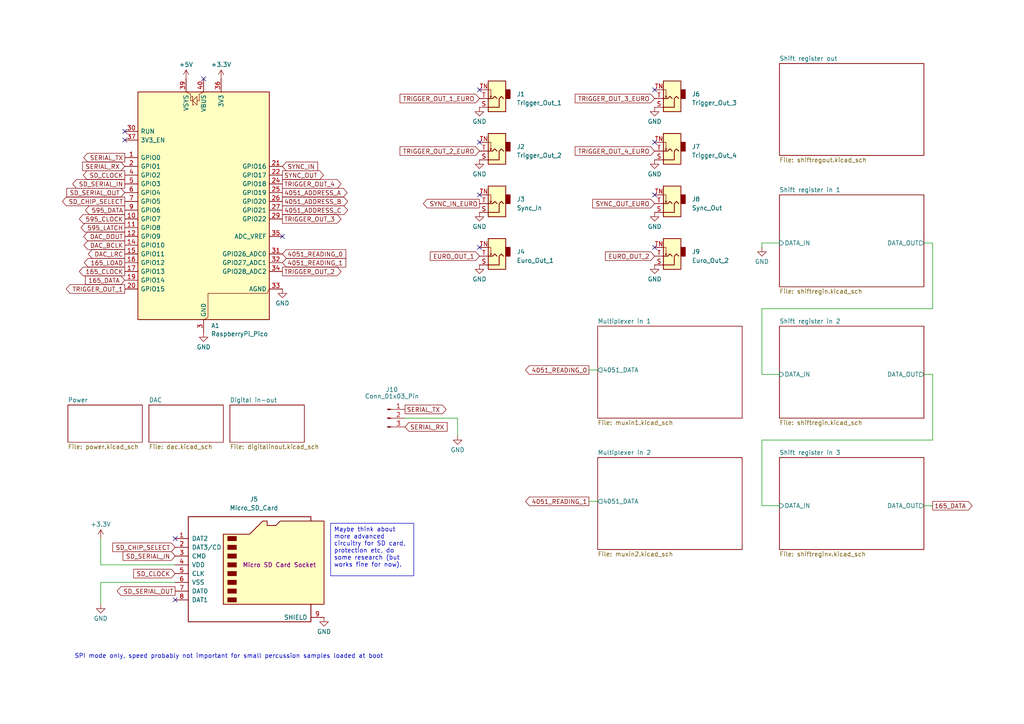
<source format=kicad_sch>
(kicad_sch (version 20250114) (generator "eeschema") (generator_version "9.0")
  (paper "A4")
  (title_block (title "Drumkid") (rev "2.00"))
  (lib_symbols
    (symbol "Connector:Conn_01x03_Pin" (pin_names (offset 1.016) (hide yes))
      (property "Reference" "J" (at 0 5.08 0))
      (property "Value" "Conn_01x03_Pin" (at 0 -5.08 0))
      (symbol "Conn_01x03_Pin_1_1"
        (rectangle (start 0.8636 2.667) (end 0 2.413) (stroke (width 0.1524)) (fill (type outline)))
        (rectangle (start 0.8636 0.127) (end 0 -0.127) (stroke (width 0.1524)) (fill (type outline)))
        (rectangle (start 0.8636 -2.413) (end 0 -2.667) (stroke (width 0.1524)) (fill (type outline)))
        (polyline (pts (xy 1.27 2.54) (xy 0.8636 2.54)) (stroke (width 0.1524)))
        (polyline (pts (xy 1.27 0) (xy 0.8636 0)) (stroke (width 0.1524)))
        (polyline (pts (xy 1.27 -2.54) (xy 0.8636 -2.54)) (stroke (width 0.1524)))
        (pin passive line (at 5.08 2.54 180) (length 3.81) (name "Pin_1") (number "1"))
        (pin passive line (at 5.08 0 180) (length 3.81) (name "Pin_2") (number "2"))
        (pin passive line (at 5.08 -2.54 180) (length 3.81) (name "Pin_3") (number "3"))
      )
    )
    (symbol "Connector:Micro_SD_Card" (pin_names (offset 1.016))
      (property "Reference" "J" (at -16.51 15.24 0))
      (property "Value" "Micro_SD_Card" (at 16.51 15.24 0))
      (symbol "Micro_SD_Card_0_1"
        (polyline (pts (xy -8.89 -11.43) (xy -8.89 8.89) (xy -1.27 8.89) (xy 2.54 12.7) (xy 3.81 12.7) (xy 3.81 11.43) (xy 6.35 11.43) (xy 7.62 12.7) (xy 20.32 12.7) (xy 20.32 -11.43) (xy -8.89 -11.43)) (stroke (width 0.254)) (fill (type background)))
        (rectangle (start -7.62 8.255) (end -5.08 6.985) (fill (type outline)))
        (rectangle (start -7.62 5.715) (end -5.08 4.445) (fill (type outline)))
        (rectangle (start -7.62 3.175) (end -5.08 1.905) (fill (type outline)))
        (rectangle (start -7.62 0.635) (end -5.08 -0.635) (fill (type outline)))
        (rectangle (start -7.62 -1.905) (end -5.08 -3.175) (fill (type outline)))
        (rectangle (start -7.62 -4.445) (end -5.08 -5.715) (fill (type outline)))
        (rectangle (start -7.62 -6.985) (end -5.08 -8.255) (fill (type outline)))
        (rectangle (start -7.62 -9.525) (end -5.08 -10.795) (fill (type outline)))
        (polyline (pts (xy 16.51 12.7) (xy 16.51 13.97) (xy -19.05 13.97) (xy -19.05 -16.51) (xy 16.51 -16.51) (xy 16.51 -11.43)) (stroke (width 0.254)))
      )
      (symbol "Micro_SD_Card_1_1"
        (pin bidirectional line (at -22.86 7.62 0) (length 3.81) (name "DAT2") (number "1"))
        (pin bidirectional line (at -22.86 5.08 0) (length 3.81) (name "DAT3/CD") (number "2"))
        (pin input line (at -22.86 2.54 0) (length 3.81) (name "CMD") (number "3"))
        (pin power_in line (at -22.86 0 0) (length 3.81) (name "VDD") (number "4"))
        (pin input line (at -22.86 -2.54 0) (length 3.81) (name "CLK") (number "5"))
        (pin power_in line (at -22.86 -5.08 0) (length 3.81) (name "VSS") (number "6"))
        (pin bidirectional line (at -22.86 -7.62 0) (length 3.81) (name "DAT0") (number "7"))
        (pin bidirectional line (at -22.86 -10.16 0) (length 3.81) (name "DAT1") (number "8"))
        (pin passive line (at 20.32 -15.24 180) (length 3.81) (name "SHIELD") (number "9"))
      )
    )
    (symbol "Connector_Audio:AudioJack2_SwitchT"
      (property "Reference" "J" (at 0 8.89 0))
      (property "Value" "AudioJack2_SwitchT" (at 0 6.35 0))
      (symbol "AudioJack2_SwitchT_0_1"
        (rectangle (start -2.54 0) (end -3.81 -2.54) (stroke (width 0.254)) (fill (type outline)))
        (polyline (pts (xy 0 0) (xy 0.635 -0.635) (xy 1.27 0) (xy 2.54 0)) (stroke (width 0.254)))
        (polyline (pts (xy 1.778 -0.254) (xy 2.032 -0.762)))
        (rectangle (start 2.54 3.81) (end -2.54 -5.08) (stroke (width 0.254)) (fill (type background)))
        (polyline (pts (xy 2.54 2.54) (xy -0.635 2.54) (xy -0.635 0) (xy -1.27 -0.635) (xy -1.905 0)) (stroke (width 0.254)))
        (polyline (pts (xy 2.54 -2.54) (xy 1.778 -2.54) (xy 1.778 -0.254) (xy 1.524 -0.762)))
      )
      (symbol "AudioJack2_SwitchT_1_1"
        (pin passive line (at 5.08 2.54 180) (length 2.54) (name "~") (number "S"))
        (pin passive line (at 5.08 0 180) (length 2.54) (name "~") (number "T"))
        (pin passive line (at 5.08 -2.54 180) (length 2.54) (name "~") (number "TN"))
      )
    )
    (symbol "MCU_Module:RaspberryPi_Pico" (pin_names (offset 0.762))
      (property "Reference" "A" (at -19.05 35.56 0))
      (property "Value" "RaspberryPi_Pico" (at 7.62 35.56 0))
      (symbol "RaspberryPi_Pico_0_1"
        (rectangle (start -19.05 34.29) (end 19.05 -31.75) (stroke (width 0.254)) (fill (type background)))
        (polyline (pts (xy -5.08 34.29) (xy -3.81 33.655) (xy -3.81 31.75) (xy -3.175 31.75)))
        (polyline (pts (xy -3.429 32.766) (xy -3.429 33.02) (xy -3.175 33.02) (xy -3.175 30.48) (xy -2.921 30.48) (xy -2.921 30.734)))
        (polyline (pts (xy -3.175 31.75) (xy -1.905 33.02) (xy -1.905 30.48) (xy -3.175 31.75)))
        (polyline (pts (xy 0 34.29) (xy -1.27 33.655) (xy -1.27 31.75) (xy -1.905 31.75)))
        (polyline (pts (xy 0 -31.75) (xy 1.27 -31.115) (xy 1.27 -24.13) (xy 18.415 -24.13) (xy 19.05 -22.86)))
      )
      (symbol "RaspberryPi_Pico_1_1"
        (pin passive line (at -22.86 22.86 0) (length 3.81) (name "RUN") (number "30"))
        (pin passive line (at -22.86 20.32 0) (length 3.81) (name "3V3_EN") (number "37"))
        (pin bidirectional line (at -22.86 15.24 0) (length 3.81) (name "GPIO0") (number "1"))
        (pin bidirectional line (at -22.86 12.7 0) (length 3.81) (name "GPIO1") (number "2"))
        (pin bidirectional line (at -22.86 10.16 0) (length 3.81) (name "GPIO2") (number "4"))
        (pin bidirectional line (at -22.86 7.62 0) (length 3.81) (name "GPIO3") (number "5"))
        (pin bidirectional line (at -22.86 5.08 0) (length 3.81) (name "GPIO4") (number "6"))
        (pin bidirectional line (at -22.86 2.54 0) (length 3.81) (name "GPIO5") (number "7"))
        (pin bidirectional line (at -22.86 0 0) (length 3.81) (name "GPIO6") (number "9"))
        (pin bidirectional line (at -22.86 -2.54 0) (length 3.81) (name "GPIO7") (number "10"))
        (pin bidirectional line (at -22.86 -5.08 0) (length 3.81) (name "GPIO8") (number "11"))
        (pin bidirectional line (at -22.86 -7.62 0) (length 3.81) (name "GPIO9") (number "12"))
        (pin bidirectional line (at -22.86 -10.16 0) (length 3.81) (name "GPIO10") (number "14"))
        (pin bidirectional line (at -22.86 -12.7 0) (length 3.81) (name "GPIO11") (number "15"))
        (pin bidirectional line (at -22.86 -15.24 0) (length 3.81) (name "GPIO12") (number "16"))
        (pin bidirectional line (at -22.86 -17.78 0) (length 3.81) (name "GPIO13") (number "17"))
        (pin bidirectional line (at -22.86 -20.32 0) (length 3.81) (name "GPIO14") (number "19"))
        (pin bidirectional line (at -22.86 -22.86 0) (length 3.81) (name "GPIO15") (number "20"))
        (pin power_in line (at -5.08 38.1 270) (length 3.81) (name "VSYS") (number "39"))
        (pin power_out line (at 0 38.1 270) (length 3.81) (name "VBUS") (number "40"))
        (pin passive line (at 0 -35.56 90) (length 3.81) (hide yes) (name "GND") (number "13"))
        (pin passive line (at 0 -35.56 90) (length 3.81) (hide yes) (name "GND") (number "18"))
        (pin passive line (at 0 -35.56 90) (length 3.81) (hide yes) (name "GND") (number "23"))
        (pin passive line (at 0 -35.56 90) (length 3.81) (hide yes) (name "GND") (number "28"))
        (pin power_out line (at 0 -35.56 90) (length 3.81) (name "GND") (number "3"))
        (pin passive line (at 0 -35.56 90) (length 3.81) (hide yes) (name "GND") (number "38"))
        (pin passive line (at 0 -35.56 90) (length 3.81) (hide yes) (name "GND") (number "8"))
        (pin power_out line (at 5.08 38.1 270) (length 3.81) (name "3V3") (number "36"))
        (pin bidirectional line (at 22.86 12.7 180) (length 3.81) (name "GPIO16") (number "21"))
        (pin bidirectional line (at 22.86 10.16 180) (length 3.81) (name "GPIO17") (number "22"))
        (pin bidirectional line (at 22.86 7.62 180) (length 3.81) (name "GPIO18") (number "24"))
        (pin bidirectional line (at 22.86 5.08 180) (length 3.81) (name "GPIO19") (number "25"))
        (pin bidirectional line (at 22.86 2.54 180) (length 3.81) (name "GPIO20") (number "26"))
        (pin bidirectional line (at 22.86 0 180) (length 3.81) (name "GPIO21") (number "27"))
        (pin bidirectional line (at 22.86 -2.54 180) (length 3.81) (name "GPIO22") (number "29"))
        (pin power_in line (at 22.86 -7.62 180) (length 3.81) (name "ADC_VREF") (number "35"))
        (pin bidirectional line (at 22.86 -12.7 180) (length 3.81) (name "GPIO26_ADC0") (number "31"))
        (pin bidirectional line (at 22.86 -15.24 180) (length 3.81) (name "GPIO27_ADC1") (number "32"))
        (pin bidirectional line (at 22.86 -17.78 180) (length 3.81) (name "GPIO28_ADC2") (number "34"))
        (pin power_out line (at 22.86 -22.86 180) (length 3.81) (name "AGND") (number "33"))
      )
    )
    (symbol "power:+3.3V" (power) (pin_numbers (hide yes)) (pin_names (offset 0) (hide yes))
      (property "Value" "+3.3V" (at 0 3.556 0))
      (symbol "+3.3V_0_1"
        (polyline (pts (xy -0.762 1.27) (xy 0 2.54)))
        (polyline (pts (xy 0 2.54) (xy 0.762 1.27)))
        (polyline (pts (xy 0 0) (xy 0 2.54)))
      )
      (symbol "+3.3V_1_1"
        (pin power_in line (at 0 0 90) (length 0) (name "~") (number "1"))
      )
    )
    (symbol "power:+5V" (power) (pin_numbers (hide yes)) (pin_names (offset 0) (hide yes))
      (property "Value" "+5V" (at 0 3.556 0))
      (symbol "+5V_0_1"
        (polyline (pts (xy -0.762 1.27) (xy 0 2.54)))
        (polyline (pts (xy 0 2.54) (xy 0.762 1.27)))
        (polyline (pts (xy 0 0) (xy 0 2.54)))
      )
      (symbol "+5V_1_1"
        (pin power_in line (at 0 0 90) (length 0) (name "~") (number "1"))
      )
    )
    (symbol "power:GND" (power) (pin_numbers (hide yes)) (pin_names (offset 0) (hide yes))
      (property "Value" "GND" (at 0 -3.81 0))
      (symbol "GND_0_1"
        (polyline (pts (xy 0 0) (xy 0 -1.27) (xy 1.27 -1.27) (xy 0 -2.54) (xy -1.27 -1.27) (xy 0 -1.27)))
      )
      (symbol "GND_1_1"
        (pin power_in line (at 0 0 270) (length 0) (name "~") (number "1"))
      )
    )
  )
  (text "SPI mode only, speed probably not important for small percussion samples loaded at boot" (at 21.59 191.135 0) (effects (font (size 1.27 1.27)) (justify left bottom)))
  (text_box "Maybe think about more advanced circuitry for SD card, protection etc, do some research (but works fine for now)." (at 95.885 151.765 0) (size 24.13 15.24) (margins 0.9525 0.9525 0.9525 0.9525) (effects (font (size 1.27 1.27)) (justify left top)))
  (no_connect (at 36.195 40.64))
  (no_connect (at 36.195 38.1))
  (no_connect (at 189.865 26.035))
  (no_connect (at 59.055 22.86))
  (no_connect (at 139.065 71.755))
  (no_connect (at 189.865 41.275))
  (no_connect (at 189.865 71.755))
  (no_connect (at 50.8 173.99))
  (no_connect (at 50.8 156.21))
  (no_connect (at 139.065 26.035))
  (no_connect (at 189.865 56.515))
  (no_connect (at 139.065 41.275))
  (no_connect (at 139.065 56.515))
  (no_connect (at 81.915 68.58))
  (wire (pts (xy 170.815 145.415) (xy 173.355 145.415)))
  (wire (pts (xy 220.98 127.635) (xy 220.98 146.685)))
  (wire (pts (xy 270.51 70.485) (xy 270.51 89.535)))
  (wire (pts (xy 220.98 108.585) (xy 226.06 108.585)))
  (wire (pts (xy 267.97 108.585) (xy 270.51 108.585)))
  (wire (pts (xy 50.8 168.91) (xy 29.21 168.91)))
  (wire (pts (xy 29.21 163.83) (xy 50.8 163.83)))
  (wire (pts (xy 117.475 121.285) (xy 132.715 121.285)))
  (wire (pts (xy 29.21 168.91) (xy 29.21 175.26)))
  (wire (pts (xy 267.97 70.485) (xy 270.51 70.485)))
  (wire (pts (xy 220.98 70.485) (xy 220.98 71.755)))
  (wire (pts (xy 270.51 89.535) (xy 220.98 89.535)))
  (wire (pts (xy 220.98 89.535) (xy 220.98 108.585)))
  (wire (pts (xy 132.715 121.285) (xy 132.715 126.365)))
  (wire (pts (xy 29.21 156.21) (xy 29.21 163.83)))
  (wire (pts (xy 220.98 146.685) (xy 226.06 146.685)))
  (wire (pts (xy 170.815 107.315) (xy 173.355 107.315)))
  (wire (pts (xy 220.98 70.485) (xy 226.06 70.485)))
  (wire (pts (xy 270.51 108.585) (xy 270.51 127.635)))
  (wire (pts (xy 270.51 127.635) (xy 220.98 127.635)))
  (wire (pts (xy 267.97 146.685) (xy 270.51 146.685)))
  (global_label "165_DATA" (shape output) (at 270.51 146.685 0) (property "Intersheetrefs" "${INTERSHEET_REFS}" (effects (hide yes))))
  (global_label "SD_CHIP_SELECT" (shape input) (at 50.8 158.75 180) (property "Intersheetrefs" "${INTERSHEET_REFS}" (effects (hide yes))))
  (global_label "595_DATA" (shape output) (at 36.195 60.96 180) (property "Intersheetrefs" "${INTERSHEET_REFS}" (effects (hide yes))))
  (global_label "EURO_OUT_1" (shape input) (at 139.065 74.295 180) (property "Intersheetrefs" "${INTERSHEET_REFS}" (effects (hide yes))))
  (global_label "EURO_OUT_2" (shape input) (at 189.865 74.295 180) (property "Intersheetrefs" "${INTERSHEET_REFS}" (effects (hide yes))))
  (global_label "SD_SERIAL_IN" (shape input) (at 50.8 161.29 180) (property "Intersheetrefs" "${INTERSHEET_REFS}" (effects (hide yes))))
  (global_label "SD_SERIAL_OUT" (shape input) (at 36.195 55.88 180) (property "Intersheetrefs" "${INTERSHEET_REFS}" (effects (hide yes))))
  (global_label "TRIGGER_OUT_1" (shape output) (at 36.195 83.82 180) (property "Intersheetrefs" "${INTERSHEET_REFS}" (effects (hide yes))))
  (global_label "TRIGGER_OUT_2_EURO" (shape input) (at 139.065 43.815 180) (property "Intersheetrefs" "${INTERSHEET_REFS}" (effects (hide yes))))
  (global_label "DAC_DOUT" (shape output) (at 36.195 68.58 180) (property "Intersheetrefs" "${INTERSHEET_REFS}" (effects (hide yes))))
  (global_label "4051_ADDRESS_B" (shape output) (at 81.915 58.42 0) (property "Intersheetrefs" "${INTERSHEET_REFS}" (effects (hide yes))))
  (global_label "595_LATCH" (shape output) (at 36.195 66.04 180) (property "Intersheetrefs" "${INTERSHEET_REFS}" (effects (hide yes))))
  (global_label "TRIGGER_OUT_4" (shape output) (at 81.915 53.34 0) (property "Intersheetrefs" "${INTERSHEET_REFS}" (effects (hide yes))))
  (global_label "SYNC_IN" (shape input) (at 81.915 48.26 0) (property "Intersheetrefs" "${INTERSHEET_REFS}" (effects (hide yes))))
  (global_label "SERIAL_RX" (shape input) (at 36.195 48.26 180) (property "Intersheetrefs" "${INTERSHEET_REFS}" (effects (hide yes))))
  (global_label "SYNC_OUT" (shape output) (at 81.915 50.8 0) (property "Intersheetrefs" "${INTERSHEET_REFS}" (effects (hide yes))))
  (global_label "SD_SERIAL_IN" (shape output) (at 36.195 53.34 180) (property "Intersheetrefs" "${INTERSHEET_REFS}" (effects (hide yes))))
  (global_label "TRIGGER_OUT_4_EURO" (shape input) (at 189.865 43.815 180) (property "Intersheetrefs" "${INTERSHEET_REFS}" (effects (hide yes))))
  (global_label "4051_ADDRESS_A" (shape output) (at 81.915 55.88 0) (property "Intersheetrefs" "${INTERSHEET_REFS}" (effects (hide yes))))
  (global_label "SYNC_IN_EURO" (shape output) (at 139.065 59.055 180) (property "Intersheetrefs" "${INTERSHEET_REFS}" (effects (hide yes))))
  (global_label "TRIGGER_OUT_3" (shape output) (at 81.915 63.5 0) (property "Intersheetrefs" "${INTERSHEET_REFS}" (effects (hide yes))))
  (global_label "SD_SERIAL_OUT" (shape output) (at 50.8 171.45 180) (property "Intersheetrefs" "${INTERSHEET_REFS}" (effects (hide yes))))
  (global_label "SERIAL_TX" (shape output) (at 117.475 118.745 0) (property "Intersheetrefs" "${INTERSHEET_REFS}" (effects (hide yes))))
  (global_label "SD_CLOCK" (shape output) (at 36.195 50.8 180) (property "Intersheetrefs" "${INTERSHEET_REFS}" (effects (hide yes))))
  (global_label "SYNC_OUT_EURO" (shape input) (at 189.865 59.055 180) (property "Intersheetrefs" "${INTERSHEET_REFS}" (effects (hide yes))))
  (global_label "TRIGGER_OUT_1_EURO" (shape input) (at 139.065 28.575 180) (property "Intersheetrefs" "${INTERSHEET_REFS}" (effects (hide yes))))
  (global_label "165_LOAD" (shape output) (at 36.195 76.2 180) (property "Intersheetrefs" "${INTERSHEET_REFS}" (effects (hide yes))))
  (global_label "SERIAL_TX" (shape output) (at 36.195 45.72 180) (property "Intersheetrefs" "${INTERSHEET_REFS}" (effects (hide yes))))
  (global_label "595_CLOCK" (shape output) (at 36.195 63.5 180) (property "Intersheetrefs" "${INTERSHEET_REFS}" (effects (hide yes))))
  (global_label "TRIGGER_OUT_2" (shape output) (at 81.915 78.74 0) (property "Intersheetrefs" "${INTERSHEET_REFS}" (effects (hide yes))))
  (global_label "TRIGGER_OUT_3_EURO" (shape input) (at 189.865 28.575 180) (property "Intersheetrefs" "${INTERSHEET_REFS}" (effects (hide yes))))
  (global_label "165_DATA" (shape input) (at 36.195 81.28 180) (property "Intersheetrefs" "${INTERSHEET_REFS}" (effects (hide yes))))
  (global_label "4051_ADDRESS_C" (shape output) (at 81.915 60.96 0) (property "Intersheetrefs" "${INTERSHEET_REFS}" (effects (hide yes))))
  (global_label "SD_CHIP_SELECT" (shape output) (at 36.195 58.42 180) (property "Intersheetrefs" "${INTERSHEET_REFS}" (effects (hide yes))))
  (global_label "4051_READING_1" (shape input) (at 81.915 76.2 0) (property "Intersheetrefs" "${INTERSHEET_REFS}" (effects (hide yes))))
  (global_label "4051_READING_1" (shape output) (at 170.815 145.415 180) (property "Intersheetrefs" "${INTERSHEET_REFS}" (effects (hide yes))))
  (global_label "165_CLOCK" (shape output) (at 36.195 78.74 180) (property "Intersheetrefs" "${INTERSHEET_REFS}" (effects (hide yes))))
  (global_label "DAC_BCLK" (shape output) (at 36.195 71.12 180) (property "Intersheetrefs" "${INTERSHEET_REFS}" (effects (hide yes))))
  (global_label "4051_READING_0" (shape output) (at 170.815 107.315 180) (property "Intersheetrefs" "${INTERSHEET_REFS}" (effects (hide yes))))
  (global_label "SERIAL_RX" (shape input) (at 117.475 123.825 0) (property "Intersheetrefs" "${INTERSHEET_REFS}" (effects (hide yes))))
  (global_label "4051_READING_0" (shape input) (at 81.915 73.66 0) (property "Intersheetrefs" "${INTERSHEET_REFS}" (effects (hide yes))))
  (global_label "SD_CLOCK" (shape input) (at 50.8 166.37 180) (property "Intersheetrefs" "${INTERSHEET_REFS}" (effects (hide yes))))
  (global_label "DAC_LRC" (shape output) (at 36.195 73.66 180) (property "Intersheetrefs" "${INTERSHEET_REFS}" (effects (hide yes))))
  (symbol (lib_id "power:GND") (at 139.065 46.355 0) (unit 1)
    (property "Reference" "#PWR04" (effects (hide yes)))
    (property "Value" "GND" (at 139.065 50.4881 0))
    (property "Description" "Power symbol creates a global label with name \"GND\" , ground" (effects (hide yes)))
  )
  (symbol (lib_id "Connector_Audio:AudioJack2_SwitchT") (at 144.145 59.055 180) (unit 1)
    (property "Reference" "J3" (at 149.86 57.785 0) (effects (justify right)))
    (property "Value" "Sync_In" (at 149.86 60.325 0) (effects (justify right)))
    (property "Footprint" "AudioJacks:Jack_3.5mm_QingPu_WQP-PJ398SM_Vertical" (effects (hide yes)))
  )
  (symbol (lib_id "power:GND") (at 189.865 76.835 0) (unit 1)
    (property "Reference" "#PWR015" (effects (hide yes)))
    (property "Value" "GND" (at 189.865 80.9681 0))
    (property "Description" "Power symbol creates a global label with name \"GND\" , ground" (effects (hide yes)))
  )
  (symbol (lib_id "Connector_Audio:AudioJack2_SwitchT") (at 144.145 74.295 180) (unit 1)
    (property "Reference" "J4" (at 149.86 73.025 0) (effects (justify right)))
    (property "Value" "Euro_Out_1" (at 149.86 75.565 0) (effects (justify right)))
    (property "Footprint" "AudioJacks:Jack_3.5mm_QingPu_WQP-PJ398SM_Vertical" (effects (hide yes)))
  )
  (symbol (lib_id "MCU_Module:RaspberryPi_Pico") (at 59.055 60.96 0) (unit 1)
    (property "Reference" "A1" (at 61.1983 94.4301 0) (effects (justify left)))
    (property "Value" "RaspberryPi_Pico" (at 61.1983 96.8544 0) (effects (justify left)))
    (property "Footprint" "Library:RaspberryPi_Pico_Common_THT_dk2" (effects (hide yes)))
    (property "Datasheet" "https://datasheets.raspberrypi.com/pico/pico-datasheet.pdf" (effects (hide yes)))
    (property "Description" "Versatile and inexpensive microcontroller module powered by RP2040 dual-core Arm Cortex-M0+ processor up to 133 MHz, 264kB SRAM, 2MB QSPI flash; also supports Raspberry Pi Pico 2" (effects (hide yes)))
  )
  (symbol (lib_id "power:GND") (at 29.21 175.26 0) (unit 1)
    (property "Reference" "#PWR02" (effects (hide yes)))
    (property "Value" "GND" (at 29.21 179.3931 0))
    (property "Description" "Power symbol creates a global label with name \"GND\" , ground" (effects (hide yes)))
  )
  (symbol (lib_id "Connector_Audio:AudioJack2_SwitchT") (at 194.945 43.815 180) (unit 1)
    (property "Reference" "J7" (at 200.66 42.545 0) (effects (justify right)))
    (property "Value" "Trigger_Out_4" (at 200.66 45.085 0) (effects (justify right)))
    (property "Footprint" "AudioJacks:Jack_3.5mm_QingPu_WQP-PJ398SM_Vertical" (effects (hide yes)))
  )
  (symbol (lib_id "Connector:Conn_01x03_Pin") (at 112.395 121.285 0) (unit 1)
    (property "Reference" "J10" (at 113.665 113.014 0))
    (property "Value" "Conn_01x03_Pin" (at 113.665 114.935 0))
    (property "Footprint" "Connector_PinHeader_2.54mm:PinHeader_1x03_P2.54mm_Vertical" (effects (hide yes)))
  )
  (symbol (lib_id "Connector_Audio:AudioJack2_SwitchT") (at 194.945 59.055 180) (unit 1)
    (property "Reference" "J8" (at 200.66 57.785 0) (effects (justify right)))
    (property "Value" "Sync_Out" (at 200.66 60.325 0) (effects (justify right)))
    (property "Footprint" "AudioJacks:Jack_3.5mm_QingPu_WQP-PJ398SM_Vertical" (effects (hide yes)))
  )
  (symbol (lib_id "power:GND") (at 132.715 126.365 0) (unit 1)
    (property "Reference" "#PWR016" (effects (hide yes)))
    (property "Value" "GND" (at 132.715 130.4981 0))
    (property "Description" "Power symbol creates a global label with name \"GND\" , ground" (effects (hide yes)))
  )
  (symbol (lib_id "power:GND") (at 220.98 71.755 0) (unit 1)
    (property "Reference" "#PWR017" (effects (hide yes)))
    (property "Value" "GND" (at 220.98 75.8881 0))
    (property "Description" "Power symbol creates a global label with name \"GND\" , ground" (effects (hide yes)))
  )
  (symbol (lib_id "Connector_Audio:AudioJack2_SwitchT") (at 194.945 28.575 180) (unit 1)
    (property "Reference" "J6" (at 200.66 27.305 0) (effects (justify right)))
    (property "Value" "Trigger_Out_3" (at 200.66 29.845 0) (effects (justify right)))
    (property "Footprint" "AudioJacks:Jack_3.5mm_QingPu_WQP-PJ398SM_Vertical" (effects (hide yes)))
  )
  (symbol (lib_id "power:GND") (at 139.065 76.835 0) (unit 1)
    (property "Reference" "#PWR06" (effects (hide yes)))
    (property "Value" "GND" (at 139.065 80.9681 0))
    (property "Description" "Power symbol creates a global label with name \"GND\" , ground" (effects (hide yes)))
  )
  (symbol (lib_id "power:+3.3V") (at 29.21 156.21 0) (unit 1)
    (property "Reference" "#PWR01" (effects (hide yes)))
    (property "Value" "+3.3V" (at 29.21 152.0769 0))
    (property "Description" "Power symbol creates a global label with name \"+3.3V\"" (effects (hide yes)))
  )
  (symbol (lib_id "power:+3.3V") (at 64.135 22.86 0) (unit 1)
    (property "Reference" "#PWR09" (effects (hide yes)))
    (property "Value" "+3.3V" (at 64.135 18.7269 0))
    (property "Description" "Power symbol creates a global label with name \"+3.3V\"" (effects (hide yes)))
  )
  (symbol (lib_id "power:GND") (at 189.865 46.355 0) (unit 1)
    (property "Reference" "#PWR013" (effects (hide yes)))
    (property "Value" "GND" (at 189.865 50.4881 0))
    (property "Description" "Power symbol creates a global label with name \"GND\" , ground" (effects (hide yes)))
  )
  (symbol (lib_id "power:+5V") (at 53.975 22.86 0) (unit 1)
    (property "Reference" "#PWR07" (effects (hide yes)))
    (property "Value" "+5V" (at 53.975 18.7269 0))
    (property "Description" "Power symbol creates a global label with name \"+5V\"" (effects (hide yes)))
  )
  (symbol (lib_id "power:GND") (at 139.065 61.595 0) (unit 1)
    (property "Reference" "#PWR05" (effects (hide yes)))
    (property "Value" "GND" (at 139.065 65.7281 0))
    (property "Description" "Power symbol creates a global label with name \"GND\" , ground" (effects (hide yes)))
  )
  (symbol (lib_id "Connector_Audio:AudioJack2_SwitchT") (at 194.945 74.295 180) (unit 1)
    (property "Reference" "J9" (at 200.66 73.025 0) (effects (justify right)))
    (property "Value" "Euro_Out_2" (at 200.66 75.565 0) (effects (justify right)))
    (property "Footprint" "AudioJacks:Jack_3.5mm_QingPu_WQP-PJ398SM_Vertical" (effects (hide yes)))
  )
  (symbol (lib_id "power:GND") (at 139.065 31.115 0) (unit 1)
    (property "Reference" "#PWR03" (effects (hide yes)))
    (property "Value" "GND" (at 139.065 35.2481 0))
    (property "Description" "Power symbol creates a global label with name \"GND\" , ground" (effects (hide yes)))
  )
  (symbol (lib_id "Connector_Audio:AudioJack2_SwitchT") (at 144.145 28.575 180) (unit 1)
    (property "Reference" "J1" (at 149.86 27.305 0) (effects (justify right)))
    (property "Value" "Trigger_Out_1" (at 149.86 29.845 0) (effects (justify right)))
    (property "Footprint" "AudioJacks:Jack_3.5mm_QingPu_WQP-PJ398SM_Vertical" (effects (hide yes)))
  )
  (symbol (lib_id "power:GND") (at 81.915 83.82 0) (unit 1)
    (property "Reference" "#PWR010" (effects (hide yes)))
    (property "Value" "GND" (at 81.915 87.9531 0))
    (property "Description" "Power symbol creates a global label with name \"GND\" , ground" (effects (hide yes)))
  )
  (symbol (lib_id "Connector_Audio:AudioJack2_SwitchT") (at 144.145 43.815 180) (unit 1)
    (property "Reference" "J2" (at 149.86 42.545 0) (effects (justify right)))
    (property "Value" "Trigger_Out_2" (at 149.86 45.085 0) (effects (justify right)))
    (property "Footprint" "AudioJacks:Jack_3.5mm_QingPu_WQP-PJ398SM_Vertical" (effects (hide yes)))
  )
  (symbol (lib_id "power:GND") (at 93.98 179.07 0) (unit 1)
    (property "Reference" "#PWR011" (effects (hide yes)))
    (property "Value" "GND" (at 93.98 183.2031 0))
    (property "Description" "Power symbol creates a global label with name \"GND\" , ground" (effects (hide yes)))
  )
  (symbol (lib_id "power:GND") (at 189.865 31.115 0) (unit 1)
    (property "Reference" "#PWR012" (effects (hide yes)))
    (property "Value" "GND" (at 189.865 35.2481 0))
    (property "Description" "Power symbol creates a global label with name \"GND\" , ground" (effects (hide yes)))
  )
  (symbol (lib_id "power:GND") (at 189.865 61.595 0) (unit 1)
    (property "Reference" "#PWR014" (effects (hide yes)))
    (property "Value" "GND" (at 189.865 65.7281 0))
    (property "Description" "Power symbol creates a global label with name \"GND\" , ground" (effects (hide yes)))
  )
  (symbol (lib_id "Connector:Micro_SD_Card") (at 73.66 163.83 0) (unit 1)
    (property "Reference" "J5" (at 73.66 144.7831 0))
    (property "Value" "Micro_SD_Card" (at 73.66 147.32 0))
    (property "Footprint" "misc:YAMAICHI_MICROSD_VERTICAL" (effects (hide yes)))
    (property "Datasheet" "https://www.we-online.com/components/products/datasheet/693072010801.pdf" (effects (hide yes)))
    (property "Description" "Micro SD Card Socket" (at 81.026 163.83 0))
  )
  (symbol (lib_id "power:GND") (at 59.055 96.52 0) (unit 1)
    (property "Reference" "#PWR08" (effects (hide yes)))
    (property "Value" "GND" (at 59.055 100.6531 0))
    (property "Description" "Power symbol creates a global label with name \"GND\" , ground" (effects (hide yes)))
  )
  (sheet (at 226.06 132.715) (size 41.91 26.67) (stroke (width 0.1524))
    (property "Sheetname" "Shift register in 3" (at 226.06 132.0034 0) (effects (justify left bottom)))
    (property "Sheetfile" "shiftreginx.kicad_sch" (at 226.06 159.9696 0) (effects (justify left top)))
    (pin "DATA_OUT" output (at 267.97 146.685 0))
    (pin "DATA_IN" input (at 226.06 146.685 180))
  )
  (sheet (at 43.18 117.475) (size 21.59 10.795) (stroke (width 0.1524))
    (property "Sheetname" "DAC" (at 43.18 116.7634 0) (effects (justify left bottom)))
    (property "Sheetfile" "dac.kicad_sch" (at 43.18 128.8546 0) (effects (justify left top)))
  )
  (sheet (at 226.06 94.615) (size 41.91 26.67) (stroke (width 0.1524))
    (property "Sheetname" "Shift register in 2" (at 226.06 93.9034 0) (effects (justify left bottom)))
    (property "Sheetfile" "shiftregin.kicad_sch" (at 226.06 121.8696 0) (effects (justify left top)))
    (pin "DATA_OUT" output (at 267.97 108.585 0))
    (pin "DATA_IN" input (at 226.06 108.585 180))
  )
  (sheet (at 19.685 117.475) (size 21.59 10.795) (stroke (width 0.1524))
    (property "Sheetname" "Power" (at 19.685 116.7634 0) (effects (justify left bottom)))
    (property "Sheetfile" "power.kicad_sch" (at 19.685 128.8546 0) (effects (justify left top)))
  )
  (sheet (at 66.675 117.475) (size 21.59 10.795) (stroke (width 0.1524))
    (property "Sheetname" "Digital in-out" (at 66.675 116.7634 0) (effects (justify left bottom)))
    (property "Sheetfile" "digitalinout.kicad_sch" (at 66.675 128.8546 0) (effects (justify left top)))
  )
  (sheet (at 173.355 94.615) (size 41.91 26.67) (stroke (width 0.1524))
    (property "Sheetname" "Multiplexer in 1" (at 173.355 93.9034 0) (effects (justify left bottom)))
    (property "Sheetfile" "muxin1.kicad_sch" (at 173.355 121.8696 0) (effects (justify left top)))
    (pin "4051_DATA" output (at 173.355 107.315 180))
  )
  (sheet (at 226.06 56.515) (size 41.91 26.67) (stroke (width 0.1524))
    (property "Sheetname" "Shift register in 1" (at 226.06 55.8034 0) (effects (justify left bottom)))
    (property "Sheetfile" "shiftregin.kicad_sch" (at 226.06 83.7696 0) (effects (justify left top)))
    (pin "DATA_OUT" output (at 267.97 70.485 0))
    (pin "DATA_IN" input (at 226.06 70.485 180))
  )
  (sheet (at 173.355 132.715) (size 41.91 26.67) (stroke (width 0.1524))
    (property "Sheetname" "Multiplexer in 2" (at 173.355 132.0034 0) (effects (justify left bottom)))
    (property "Sheetfile" "muxin2.kicad_sch" (at 173.355 159.9696 0) (effects (justify left top)))
    (pin "4051_DATA" output (at 173.355 145.415 180))
  )
  (sheet (at 226.06 18.415) (size 41.91 26.67) (stroke (width 0.1524))
    (property "Sheetname" "Shift register out" (at 226.06 17.7034 0) (effects (justify left bottom)))
    (property "Sheetfile" "shiftregout.kicad_sch" (at 226.06 45.6696 0) (effects (justify left top)))
  )
)
</source>
